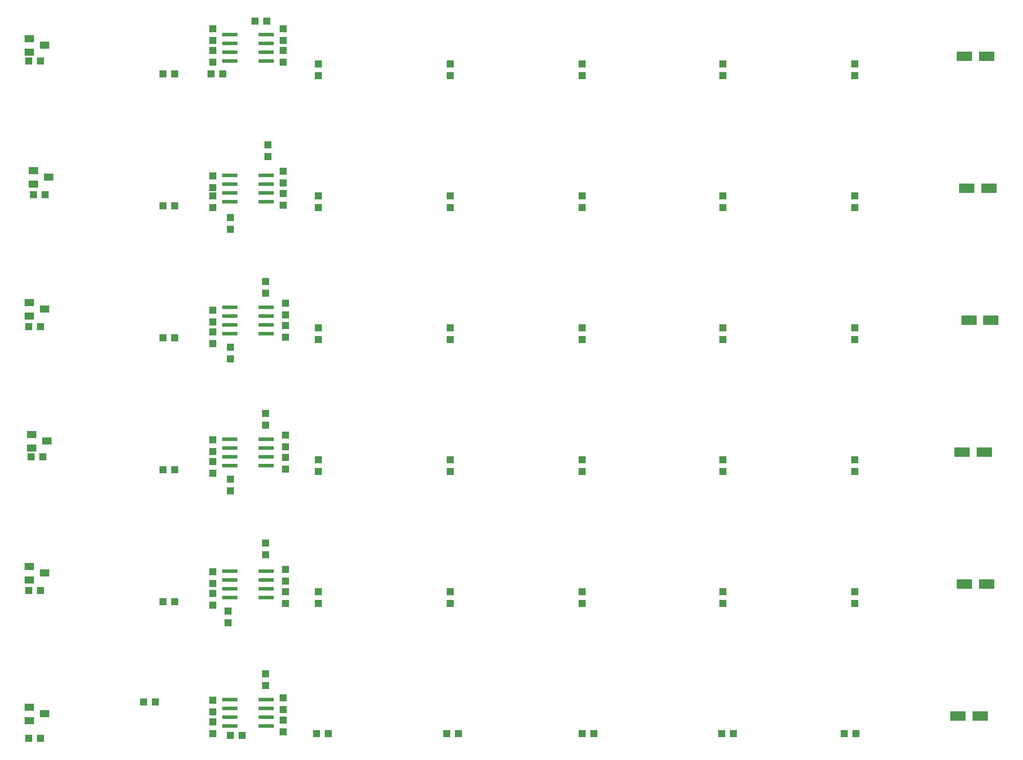
<source format=gtp>
G75*
%MOIN*%
%OFA0B0*%
%FSLAX25Y25*%
%IPPOS*%
%LPD*%
%AMOC8*
5,1,8,0,0,1.08239X$1,22.5*
%
%ADD10R,0.03937X0.04331*%
%ADD11R,0.04331X0.03937*%
%ADD12R,0.08661X0.02362*%
%ADD13R,0.05512X0.03937*%
%ADD14R,0.08661X0.05512*%
D10*
X0036704Y0023800D03*
X0043396Y0023800D03*
X0101954Y0044300D03*
X0108646Y0044300D03*
X0150050Y0089204D03*
X0150050Y0095896D03*
X0119646Y0101300D03*
X0112954Y0101300D03*
X0171300Y0127954D03*
X0171300Y0134646D03*
X0182550Y0119646D03*
X0182550Y0112954D03*
X0151300Y0164204D03*
X0151300Y0170896D03*
X0119646Y0176300D03*
X0112954Y0176300D03*
X0171300Y0201704D03*
X0171300Y0208396D03*
X0182550Y0195896D03*
X0182550Y0189204D03*
X0151300Y0239204D03*
X0151300Y0245896D03*
X0119646Y0251300D03*
X0112954Y0251300D03*
X0171300Y0276704D03*
X0171300Y0283396D03*
X0182550Y0270896D03*
X0182550Y0264204D03*
X0151300Y0312954D03*
X0151300Y0319646D03*
X0119646Y0326300D03*
X0112954Y0326300D03*
X0172550Y0354204D03*
X0181300Y0345896D03*
X0181300Y0339204D03*
X0172550Y0360896D03*
X0181300Y0407954D03*
X0181300Y0414646D03*
X0119646Y0401300D03*
X0112954Y0401300D03*
X0043396Y0408800D03*
X0036704Y0408800D03*
X0039204Y0332550D03*
X0045896Y0332550D03*
X0043396Y0257550D03*
X0036704Y0257550D03*
X0037954Y0183800D03*
X0044646Y0183800D03*
X0043396Y0107550D03*
X0036704Y0107550D03*
X0171300Y0060396D03*
X0171300Y0053704D03*
X0181300Y0046646D03*
X0181300Y0039954D03*
X0200454Y0026300D03*
X0207146Y0026300D03*
X0274204Y0026300D03*
X0280896Y0026300D03*
X0351204Y0026300D03*
X0357896Y0026300D03*
X0430704Y0026300D03*
X0437396Y0026300D03*
X0500454Y0026300D03*
X0507146Y0026300D03*
D11*
X0506300Y0100454D03*
X0506300Y0107146D03*
X0431300Y0107146D03*
X0431300Y0100454D03*
X0351300Y0100454D03*
X0351300Y0107146D03*
X0276300Y0107146D03*
X0276300Y0100454D03*
X0201300Y0100454D03*
X0201300Y0107146D03*
X0182550Y0107146D03*
X0182550Y0100454D03*
X0141300Y0099204D03*
X0141300Y0105896D03*
X0141300Y0111704D03*
X0141300Y0118396D03*
X0141300Y0174204D03*
X0141300Y0180896D03*
X0141300Y0186704D03*
X0141300Y0193396D03*
X0182550Y0183396D03*
X0182550Y0176704D03*
X0201300Y0175454D03*
X0201300Y0182146D03*
X0276300Y0182146D03*
X0276300Y0175454D03*
X0351300Y0175454D03*
X0351300Y0182146D03*
X0431300Y0182146D03*
X0431300Y0175454D03*
X0506300Y0175454D03*
X0506300Y0182146D03*
X0506300Y0250454D03*
X0506300Y0257146D03*
X0431300Y0257146D03*
X0431300Y0250454D03*
X0351300Y0250454D03*
X0351300Y0257146D03*
X0276300Y0257146D03*
X0276300Y0250454D03*
X0201300Y0250454D03*
X0201300Y0257146D03*
X0182550Y0258396D03*
X0182550Y0251704D03*
X0141300Y0254646D03*
X0141300Y0260454D03*
X0141300Y0267146D03*
X0141300Y0247954D03*
X0141300Y0325454D03*
X0141300Y0332146D03*
X0141300Y0336704D03*
X0141300Y0343396D03*
X0181300Y0333396D03*
X0181300Y0326704D03*
X0201300Y0325454D03*
X0201300Y0332146D03*
X0276300Y0332146D03*
X0276300Y0325454D03*
X0351300Y0325454D03*
X0351300Y0332146D03*
X0431300Y0332146D03*
X0431300Y0325454D03*
X0506300Y0325454D03*
X0506300Y0332146D03*
X0506300Y0400454D03*
X0506300Y0407146D03*
X0431300Y0407146D03*
X0431300Y0400454D03*
X0351300Y0400454D03*
X0351300Y0407146D03*
X0276300Y0407146D03*
X0276300Y0400454D03*
X0201300Y0400454D03*
X0201300Y0407146D03*
X0181300Y0420454D03*
X0181300Y0427146D03*
X0172146Y0431300D03*
X0165454Y0431300D03*
X0141300Y0427146D03*
X0141300Y0420454D03*
X0141300Y0414646D03*
X0141300Y0407954D03*
X0140454Y0401300D03*
X0147146Y0401300D03*
X0141300Y0045396D03*
X0141300Y0038704D03*
X0141300Y0032896D03*
X0141300Y0026204D03*
X0151454Y0025300D03*
X0158146Y0025300D03*
X0181300Y0027454D03*
X0181300Y0034146D03*
D12*
X0171536Y0035800D03*
X0171536Y0030800D03*
X0171536Y0040800D03*
X0171536Y0045800D03*
X0151064Y0045800D03*
X0151064Y0040800D03*
X0151064Y0035800D03*
X0151064Y0030800D03*
X0151064Y0103800D03*
X0151064Y0108800D03*
X0151064Y0113800D03*
X0151064Y0118800D03*
X0171536Y0118800D03*
X0171536Y0113800D03*
X0171536Y0108800D03*
X0171536Y0103800D03*
X0171536Y0178800D03*
X0171536Y0183800D03*
X0171536Y0188800D03*
X0171536Y0193800D03*
X0151064Y0193800D03*
X0151064Y0188800D03*
X0151064Y0183800D03*
X0151064Y0178800D03*
X0151064Y0253800D03*
X0151064Y0258800D03*
X0151064Y0263800D03*
X0151064Y0268800D03*
X0171536Y0268800D03*
X0171536Y0263800D03*
X0171536Y0258800D03*
X0171536Y0253800D03*
X0171536Y0328800D03*
X0171536Y0333800D03*
X0171536Y0338800D03*
X0171536Y0343800D03*
X0151064Y0343800D03*
X0151064Y0338800D03*
X0151064Y0333800D03*
X0151064Y0328800D03*
X0151064Y0408800D03*
X0151064Y0413800D03*
X0151064Y0418800D03*
X0151064Y0423800D03*
X0171536Y0423800D03*
X0171536Y0418800D03*
X0171536Y0413800D03*
X0171536Y0408800D03*
D13*
X0045631Y0417550D03*
X0036969Y0413810D03*
X0036969Y0421290D03*
X0039469Y0346290D03*
X0048131Y0342550D03*
X0039469Y0338810D03*
X0036969Y0271290D03*
X0036969Y0263810D03*
X0045631Y0267550D03*
X0038219Y0196290D03*
X0046881Y0192550D03*
X0038219Y0188810D03*
X0036969Y0121290D03*
X0036969Y0113810D03*
X0045631Y0117550D03*
X0036969Y0041290D03*
X0036969Y0033810D03*
X0045631Y0037550D03*
D14*
X0565001Y0036300D03*
X0577599Y0036300D03*
X0581349Y0111300D03*
X0568751Y0111300D03*
X0567501Y0186300D03*
X0580099Y0186300D03*
X0583849Y0261300D03*
X0571251Y0261300D03*
X0570001Y0336300D03*
X0582599Y0336300D03*
X0581349Y0411300D03*
X0568751Y0411300D03*
M02*

</source>
